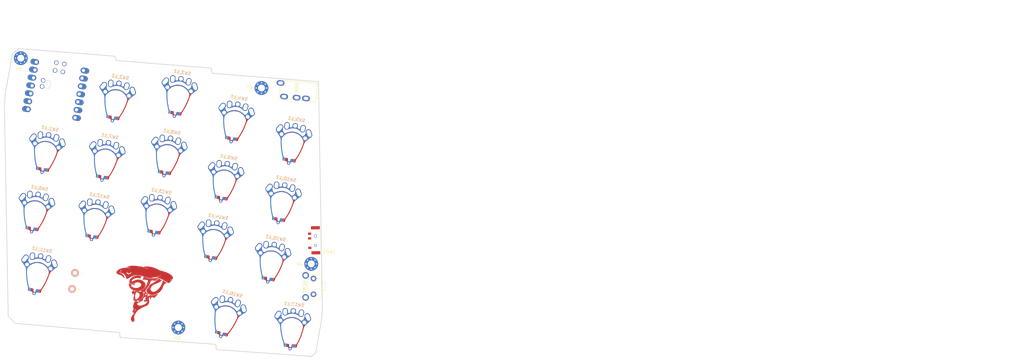
<source format=kicad_pcb>
(kicad_pcb (version 20211014) (generator pcbnew)
  (layers (0 "F.Cu" signal) (31 "B.Cu" signal) (34 "B.Paste" user) (35 "F.Paste" user) (36 "B.SilkS" user "B.Silkscreen") (37 "F.SilkS" user "F.Silkscreen") (38 "B.Mask" user) (39 "F.Mask" user) (44 "Edge.Cuts" user))
  (net 0 "")
  (net 1 "col1_L")
  (net 3 "row1_L")
  (net 4 "col2_L")
  (net 6 "col3_L")
  (net 8 "col4_L")
  (net 10 "col5_L")
  (net 13 "row2_L")
  (net 19 "row3_L")
  (net 25 "row4_L")
  (net 27 "vbat_L")
  (net 28 "gnd_L")
  (net 29 "TX_L")
  (net 30 "RX_L")
  (net 31 "vcc_L")
  (net 33 "bat+_L")
  (net 34 "reset_L")
  (footprint "TOTEMlib:SW_MX_GATLP_CHOC_reversible" (layer "F.Cu") (at 149.126051 73.951341 -10)
    (fp_text reference "SW8_L1")
    (fp_text value "SW_Diode_Combined" hide)
  )
  (footprint "TOTEMlib:SW_MX_GATLP_CHOC_reversible" (layer "F.Cu") (at 167.702742 125.213944 -15)
    (fp_text reference "SW16_L1")
    (fp_text value "SW_Diode_Combined" hide)
  )
  (footprint "TOTEMlib:SW_MX_GATLP_CHOC_reversible" (layer "F.Cu") (at 129.402368 75.373973 -10)
    (fp_text reference "SW7_L1")
    (fp_text value "SW_Diode_Combined" hide)
  )
  (footprint "Graphics:Studas_Mask" (layer "F.Cu") (at 140.06227 117.23825 -15)
    (fp_text reference "G***" hide)
    (fp_text value "LOGO" hide)
  )
  (footprint "TOTEMlib:MSK12C02" (layer "F.Cu") (at 197.667361 104.433186 -178.997)
    (fp_text reference "PSW1")
    (fp_text value "SW_SPDT")
  )
  (footprint "TOTEMlib:SKHLLCA010" (layer "F.Cu") (at 194.37 115.25 -90)
    (fp_text reference "RSW1")
    (fp_text value "SW_Push")
  )
  (footprint "TOTEMlib:SW_MX_GATLP_CHOC_reversible" (layer "F.Cu") (at 170.503736 63.148415 -10)
    (fp_text reference "SW4_L1")
    (fp_text value "SW_Diode_Combined" hide)
  )
  (footprint "MountingHole:MountingHole_2.2mm_M2_Pad_Via" (layer "F.Cu") (at 179.084363 52.17065)
    (fp_text reference "H3")
    (fp_text value "MountingHole")
  )
  (footprint "TOTEMlib:SW_MX_GATLP_CHOC_reversible" (layer "F.Cu") (at 188.771901 69.980444 -10)
    (fp_text reference "SW5_L1")
    (fp_text value "SW_Diode_Combined" hide)
  )
  (footprint "TOTEMlib:SW_MX_GATLP_CHOC_reversible" (layer "F.Cu") (at 167.173683 82.034074 -10)
    (fp_text reference "SW9_L1")
    (fp_text value "SW_Diode_Combined" hide)
  )
  (footprint "MountingHole:MountingHole_2.2mm_M2_Pad_Via" (layer "F.Cu") (at 194.90731 108.073566)
    (fp_text reference "H4")
    (fp_text value "MountingHole")
  )
  (footprint "TOTEMlib:SW_MX_GATLP_CHOC_reversible" (layer "F.Cu") (at 185.44185 88.866102 -10)
    (fp_text reference "SW10_L1")
    (fp_text value "SW_Diode_Combined" hide)
  )
  (footprint "MountingHole:MountingHole_2.2mm_M2_Pad_Via" (layer "F.Cu") (at 102.550297 42.676409)
    (fp_text reference "H1")
    (fp_text value "MountingHole")
  )
  (footprint "TOTEMlib:SW_MX_GATLP_CHOC_reversible" (layer "F.Cu") (at 182.111798 107.75176 -10)
    (fp_text reference "SW15_L1")
    (fp_text value "SW_Diode_Combined" hide)
  )
  (footprint "TOTEMlib:MJ-4PP-9_1side" (layer "F.Cu") (at 196.709303 53.684183 -95)
    (fp_text reference "J1")
    (fp_text value "MJ-4PP-9" hide)
  )
  (footprint "TOTEMlib:SW_MX_GATLP_CHOC_reversible" (layer "F.Cu") (at 110.362335 72.919415 -10)
    (fp_text reference "SW1_L1")
    (fp_text value "SW_Diode_Combined" hide)
  )
  (footprint "TOTEMlib:SW_MX_GATLP_CHOC_reversible" (layer "F.Cu") (at 152.456104 55.065682 -10)
    (fp_text reference "SW3_L1")
    (fp_text value "SW_Diode_Combined" hide)
  )
  (footprint "TOTEMlib:xiao-ble-smd-cutout" (layer "F.Cu") (at 113.638625 52.754993 -10)
    (fp_text reference "U1" hide)
    (fp_text value "xiao-ble" hide)
    (fp_line (start -1.524 -6.4638) (end -1.524 -8.1402) (layer "Edge.Cuts") (width 0.12))
    (fp_line (start -4.699 -0.7488) (end -4.699 -1.7902) (layer "Edge.Cuts") (width 0.12))
    (fp_line (start -2.032 -2.095) (end -2.032 -0.444) (layer "Edge.Cuts") (width 0.12))
    (fp_line (start 1.524 -6.4638) (end 1.524 -8.1402) (layer "Edge.Cuts") (width 0.12))
    (fp_line (start -0.8382 -8.826) (end 0.8382 -8.826) (layer "Edge.Cuts") (width 0.12))
    (fp_line (start -4.0132 -2.476) (end -2.413 -2.476) (layer "Edge.Cuts") (width 0.12))
    (fp_line (start -2.413 -0.063) (end -4.0132 -0.063) (layer "Edge.Cuts") (width 0.12))
    (fp_line (start -0.8382 -5.778) (end 0.8382 -5.778) (layer "Edge.Cuts") (width 0.12))
    (fp_arc (start -2.413 -2.476) (mid -2.143592 -2.364408) (end -2.032 -2.095) (layer "Edge.Cuts") (width 0.12))
    (fp_arc (start -4.0132 -2.476) (mid -4.095391 -1.872391) (end -4.699 -1.7902) (layer "Edge.Cuts") (width 0.12))
    (fp_arc (start 1.524 -8.1402) (mid 0.920393 -8.222393) (end 0.8382 -8.826) (layer "Edge.Cuts") (width 0.12))
    (fp_arc (start -2.032 -0.444) (mid -2.143592 -0.174592) (end -2.413 -0.063) (layer "Edge.Cuts") (width 0.12))
    (fp_arc (start -0.8382 -8.826) (mid -0.920391 -8.222391) (end -1.524 -8.1402) (layer "Edge.Cuts") (width 0.12))
    (fp_arc (start 0.8382 -5.778) (mid 0.920391 -6.381609) (end 1.524 -6.4638) (layer "Edge.Cuts") (width 0.12))
    (fp_arc (start -1.524 -6.4638) (mid -0.920391 -6.381609) (end -0.8382 -5.778) (layer "Edge.Cuts") (width 0.12))
    (fp_arc (start -4.699 -0.7488) (mid -4.095391 -0.666609) (end -4.0132 -0.063) (layer "Edge.Cuts") (width 0.12))
  )
  (footprint "TOTEMlib:BatteryPad" (layer "F.Cu") (at 118.872936 116.073879 85)
    (fp_text reference "BAT+1" hide)
    (fp_text value "+")
  )
  (footprint "MountingHole:MountingHole_2.2mm_M2_Pad_Via" (layer "F.Cu") (at 152.640207 128.31548)
    (fp_text reference "H2")
    (fp_text value "MountingHole")
  )
  (footprint "TOTEMlib:SW_MX_GATLP_CHOC_reversible" (layer "F.Cu") (at 188.697436 128.92189 -5)
    (fp_text reference "SW17_L1")
    (fp_text value "SW_Diode_Combined" hide)
  )
  (footprint "TOTEMlib:SW_MX_GATLP_CHOC_reversible" (layer "F.Cu") (at 132.732419 56.488313 -10)
    (fp_text reference "SW2_L1")
    (fp_text value "SW_Diode_Combined" hide)
  )
  (footprint "TOTEMlib:SW_MX_GATLP_CHOC_reversible" (layer "F.Cu") (at 163.843633 100.919732 -10)
    (fp_text reference "SW14_L1")
    (fp_text value "SW_Diode_Combined" hide)
  )
  (footprint "TOTEMlib:SW_MX_GATLP_CHOC_reversible" (layer "F.Cu") (at 145.796 92.837 -10)
    (fp_text reference "SW13_L1")
    (fp_text value "SW_Diode_Combined" hide)
  )
  (footprint "TOTEMlib:BatteryPad" (layer "F.Cu") (at 119.777123 110.945985 85)
    (fp_text reference "BATGND1" hide)
    (fp_text value "-")
  )
  (footprint "TOTEMlib:SW_MX_GATLP_CHOC_reversible" (layer "F.Cu") (at 107.032285 91.805073 -10)
    (fp_text reference "SW6_L1")
    (fp_text value "SW_Diode_Combined" hide)
  )
  (footprint "TOTEMlib:SW_MX_GATLP_CHOC_reversible" (layer "F.Cu") (at 126.072317 94.25963 -10)
    (fp_text reference "SW12_L1")
    (fp_text value "SW_Diode_Combined" hide)
  )
  (footprint "Graphics:Studas_SilkMask" (layer "F.Cu") (at 140.06227 117.23825 -15)
    (fp_text reference "G***" hide)
    (fp_text value "LOGO" hide)
  )
  (footprint "TOTEMlib:SW_MX_GATLP_CHOC_reversible" (layer "F.Cu") (at 107.829563 111.418491 -10)
    (fp_text reference "SW11_L1")
    (fp_text value "SW_Diode_Combined" hide)
  )
  (gr_curve (pts (xy 102.011464 39.634438) (xy 102.011464 39.634438) (xy 132.348837 42.051324) (xy 132.348837 42.051324)) (layer "Edge.Cuts") (width 0.2))
  (gr_curve (pts (xy 163.236675 46.151644) (xy 163.236675 46.151644) (xy 163.252563 47.164853) (xy 163.252563 47.164853)) (layer "Edge.Cuts") (width 0.2))
  (gr_curve (pts (xy 132.348837 42.051324) (xy 132.348837 42.051324) (xy 132.660882 42.383939) (xy 132.660882 42.383939)) (layer "Edge.Cuts") (width 0.2))
  (gr_curve (pts (xy 164.316884 133.650801) (xy 164.316884 133.650801) (xy 134.385769 131.51233) (xy 134.385769 131.51233)) (layer "Edge.Cuts") (width 0.2))
  (gr_curve (pts (xy 132.660882 42.383939) (xy 132.660882 42.383939) (xy 132.672338 43.115716) (xy 132.672338 43.115716)) (layer "Edge.Cuts") (width 0.2))
  (gr_curve (pts (xy 134.385769 131.51233) (xy 134.385769 131.51233) (xy 134.070962 131.179508) (xy 134.070962 131.179508)) (layer "Edge.Cuts") (width 0.2))
  (gr_curve (pts (xy 164.648031 135.022116) (xy 164.648031 135.022116) (xy 164.631696 133.983603) (xy 164.631696 133.983603)) (layer "Edge.Cuts") (width 0.2))
  (gr_curve (pts (xy 133.747371 129.909994) (xy 133.747371 129.909994) (xy 100.713633 126.971019) (xy 100.713633 126.971019)) (layer "Edge.Cuts") (width 0.2))
  (gr_curve (pts (xy 164.962947 135.354935) (xy 164.962947 135.354935) (xy 164.648031 135.022116) (xy 164.648031 135.022116)) (layer "Edge.Cuts") (width 0.2))
  (gr_curve (pts (xy 100.713633 126.971019) (xy 100.713633 126.971019) (xy 98.552934 124.65232) (xy 98.552934 124.65232)) (layer "Edge.Cuts") (width 0.2))
  (gr_curve (pts (xy 99.860038 41.298612) (xy 99.860038 41.298612) (xy 102.011464 39.634438) (xy 102.011464 39.634438)) (layer "Edge.Cuts") (width 0.2))
  (gr_curve (pts (xy 253.662183 33.987871) (xy 253.662183 33.987871) (xy 253.662183 33.987871) (xy 253.662183 33.987871)) (layer "Edge.Cuts") (width 0.2))
  (gr_curve (pts (xy 132.672338 43.115716) (xy 132.672338 43.115716) (xy 132.984542 43.448355) (xy 132.984542 43.448355)) (layer "Edge.Cuts") (width 0.2))
  (gr_curve (pts (xy 98.552934 124.65232) (xy 98.552934 124.65232) (xy 97.335136 57.820346) (xy 97.335136 57.820346)) (layer "Edge.Cuts") (width 0.2))
  (gr_curve (pts (xy 163.252563 47.164853) (xy 163.252563 47.164853) (xy 163.564346 47.497464) (xy 163.564346 47.497464)) (layer "Edge.Cuts") (width 0.2))
  (gr_curve (pts (xy 134.056299 130.242358) (xy 134.056299 130.242358) (xy 133.747371 129.909994) (xy 133.747371 129.909994)) (layer "Edge.Cuts") (width 0.2))
  (gr_curve (pts (xy 97.335136 57.820346) (xy 97.335136 57.820346) (xy 97.645427 53.85829) (xy 97.645427 53.85829)) (layer "Edge.Cuts") (width 0.2))
  (gr_curve (pts (xy 198.150998 125.950132) (xy 198.150998 125.950132) (xy 196.294792 136.477188) (xy 196.294792 136.477188)) (layer "Edge.Cuts") (width 0.2))
  (gr_curve (pts (xy 196.294792 136.477188) (xy 196.294792 136.477188) (xy 194.998094 137.489121) (xy 194.998094 137.489121)) (layer "Edge.Cuts") (width 0.2))
  (gr_curve (pts (xy 134.070962 131.179508) (xy 134.070962 131.179508) (xy 134.056299 130.242358) (xy 134.056299 130.242358)) (layer "Edge.Cuts") (width 0.2))
  (gr_curve (pts (xy 132.984542 43.448355) (xy 132.984542 43.448355) (xy 162.92448 45.819006) (xy 162.92448 45.819006)) (layer "Edge.Cuts") (width 0.2))
  (gr_curve (pts (xy 163.564346 47.497464) (xy 163.564346 47.497464) (xy 196.898414 50.163701) (xy 196.898414 50.163701)) (layer "Edge.Cuts") (width 0.2))
  (gr_curve (pts (xy 97.645427 53.85829) (xy 97.645427 53.85829) (xy 99.860038 41.298612) (xy 99.860038 41.298612)) (layer "Edge.Cuts") (width 0.2))
  (gr_curve (pts (xy 164.631696 133.983603) (xy 164.631696 133.983603) (xy 164.316884 133.650801) (xy 164.316884 133.650801)) (layer "Edge.Cuts") (width 0.2))
  (gr_curve (pts (xy 162.92448 45.819006) (xy 162.92448 45.819006) (xy 163.236675 46.151644) (xy 163.236675 46.151644)) (layer "Edge.Cuts") (width 0.2))
  (gr_curve (pts (xy 197.210219 50.496316) (xy 197.210219 50.496316) (xy 198.462173 122.040893) (xy 198.462173 122.040893)) (layer "Edge.Cuts") (width 0.2))
  (gr_curve (pts (xy 198.462173 122.040893) (xy 198.462173 122.040893) (xy 198.150998 125.950132) (xy 198.150998 125.950132)) (layer "Edge.Cuts") (width 0.2))
  (gr_curve (pts (xy 194.998094 137.489121) (xy 194.998094 137.489121) (xy 164.962947 135.354935) (xy 164.962947 135.354935)) (layer "Edge.Cuts") (width 0.2))
  (gr_curve (pts (xy 196.898414 50.163701) (xy 196.898414 50.163701) (xy 197.210219 50.496316) (xy 197.210219 50.496316)) (layer "Edge.Cuts") (width 0.2))
)
</source>
